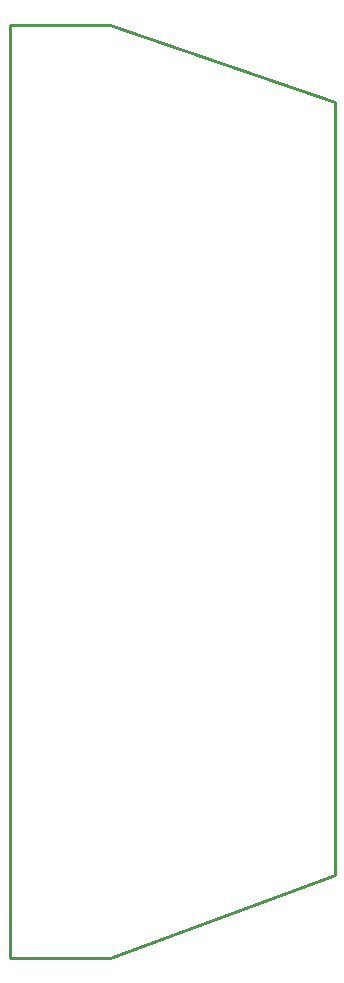
<source format=gbr>
%TF.GenerationSoftware,KiCad,Pcbnew,8.0.1*%
%TF.CreationDate,2024-04-03T13:15:38+02:00*%
%TF.ProjectId,AdapterFlatFlexMYDAQ,41646170-7465-4724-966c-6174466c6578,rev?*%
%TF.SameCoordinates,Original*%
%TF.FileFunction,Profile,NP*%
%FSLAX46Y46*%
G04 Gerber Fmt 4.6, Leading zero omitted, Abs format (unit mm)*
G04 Created by KiCad (PCBNEW 8.0.1) date 2024-04-03 13:15:38*
%MOMM*%
%LPD*%
G01*
G04 APERTURE LIST*
%TA.AperFunction,Profile*%
%ADD10C,0.254000*%
%TD*%
G04 APERTURE END LIST*
D10*
X85000000Y-114000000D02*
X93500000Y-114000000D01*
X85000000Y-35000000D02*
X93500000Y-35000000D01*
X112500000Y-56000000D02*
X112500000Y-107000000D01*
X93500000Y-35000000D02*
X112500000Y-41500000D01*
X112500000Y-50500000D02*
X112500000Y-56000000D01*
X85000000Y-114000000D02*
X85000000Y-35000000D01*
X112500000Y-41500000D02*
X112500000Y-50500000D01*
X93500000Y-114000000D02*
X112500000Y-107000000D01*
M02*

</source>
